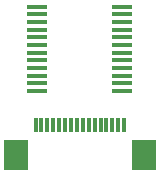
<source format=gbr>
%TF.GenerationSoftware,KiCad,Pcbnew,8.0.8-8.0.8-0~ubuntu24.04.1*%
%TF.CreationDate,2025-03-22T16:56:25+00:00*%
%TF.ProjectId,FSRrayDMUX-ADC,46535272-6179-4444-9d55-582d4144432e,rev?*%
%TF.SameCoordinates,Original*%
%TF.FileFunction,Paste,Top*%
%TF.FilePolarity,Positive*%
%FSLAX46Y46*%
G04 Gerber Fmt 4.6, Leading zero omitted, Abs format (unit mm)*
G04 Created by KiCad (PCBNEW 8.0.8-8.0.8-0~ubuntu24.04.1) date 2025-03-22 16:56:25*
%MOMM*%
%LPD*%
G01*
G04 APERTURE LIST*
%ADD10R,0.300000X1.250000*%
%ADD11R,2.000000X2.500000*%
%ADD12R,1.750000X0.450000*%
G04 APERTURE END LIST*
D10*
%TO.C,FPC1*%
X150250000Y-138710000D03*
X150750000Y-138710000D03*
X151250000Y-138710000D03*
X151750000Y-138710000D03*
X152250000Y-138710000D03*
X152750000Y-138710000D03*
X153250000Y-138710000D03*
X153750000Y-138710000D03*
X154250000Y-138710000D03*
X154750000Y-138710000D03*
X155250000Y-138710000D03*
X155750000Y-138710000D03*
X156250000Y-138710000D03*
X156750000Y-138710000D03*
X157250000Y-138710000D03*
X157750000Y-138710000D03*
D11*
X159440000Y-141290000D03*
X148560000Y-141290000D03*
%TD*%
D12*
%TO.C,MUX1*%
X157600000Y-135875000D03*
X157600000Y-135225000D03*
X157600000Y-134575000D03*
X157600000Y-133925000D03*
X157600000Y-133275000D03*
X157600000Y-132625000D03*
X157600000Y-131975000D03*
X157600000Y-131325000D03*
X157600000Y-130675000D03*
X157600000Y-130025000D03*
X157600000Y-129375000D03*
X157600000Y-128725000D03*
X150400000Y-128725000D03*
X150400000Y-129375000D03*
X150400000Y-130025000D03*
X150400000Y-130675000D03*
X150400000Y-131325000D03*
X150400000Y-131975000D03*
X150400000Y-132625000D03*
X150400000Y-133275000D03*
X150400000Y-133925000D03*
X150400000Y-134575000D03*
X150400000Y-135225000D03*
X150400000Y-135875000D03*
%TD*%
M02*

</source>
